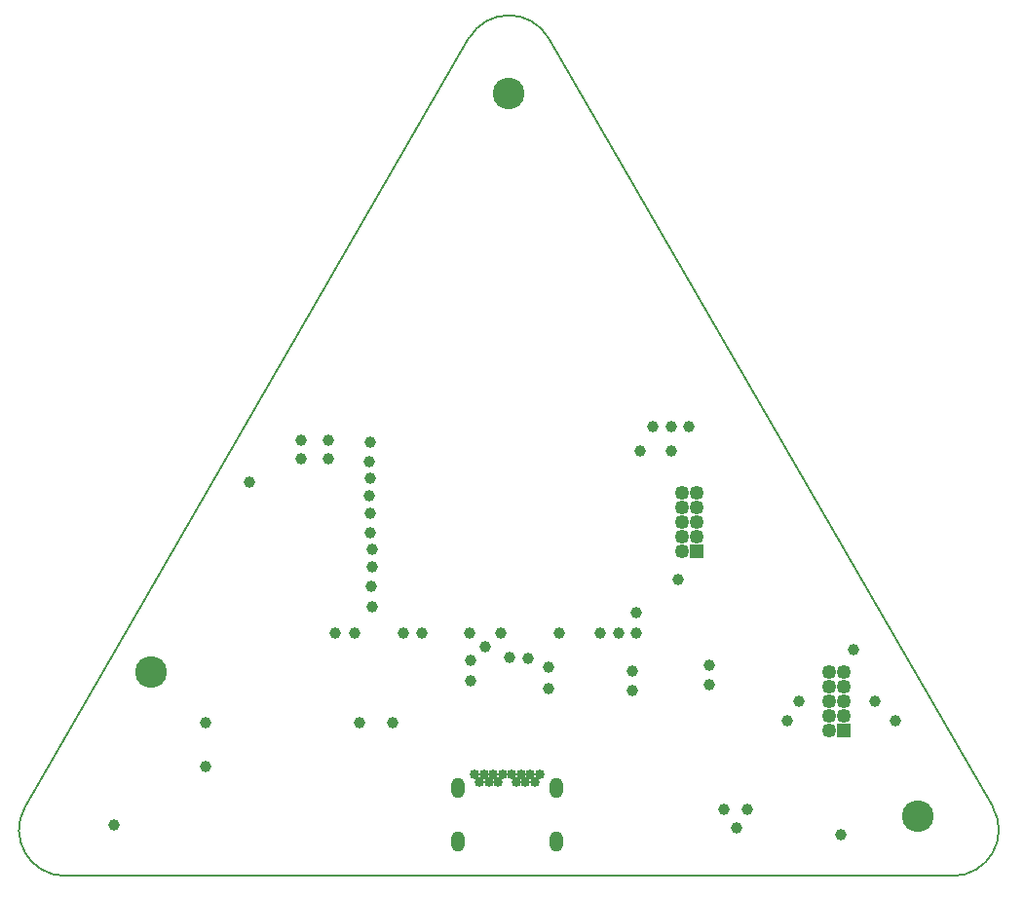
<source format=gbs>
G04*
G04 #@! TF.GenerationSoftware,Altium Limited,Altium Designer,19.0.12 (326)*
G04*
G04 Layer_Color=16711935*
%FSLAX44Y44*%
%MOMM*%
G71*
G01*
G75*
%ADD16C,0.1270*%
%ADD38C,1.0000*%
%ADD84C,2.7432*%
%ADD85R,1.2532X1.2532*%
%ADD86C,1.2532*%
%ADD87O,1.2032X1.8032*%
%ADD88C,0.8532*%
D16*
X-29238Y20553D02*
G03*
X5403Y-39447I34641J-20000D01*
G01*
X425762Y688636D02*
G03*
X356480Y688636I-34641J-20000D01*
G01*
X776839Y-39447D02*
G03*
X811480Y20553I0J40000D01*
G01*
X-29238D02*
X356480Y688636D01*
X425762D02*
X811480Y20553D01*
X434675Y-39447D02*
X776839D01*
X5403D02*
X434675D01*
D38*
X272542Y229154D02*
D03*
X272004Y244094D02*
D03*
X501650Y171704D02*
D03*
X486156D02*
D03*
X501650Y189484D02*
D03*
X470662Y171704D02*
D03*
X127762Y93726D02*
D03*
X290068Y93726D02*
D03*
X240030Y171704D02*
D03*
X257302Y171958D02*
D03*
X577596Y18288D02*
D03*
X597916D02*
D03*
X165608Y302514D02*
D03*
X271649Y212379D02*
D03*
X270256Y275590D02*
D03*
X271018Y259080D02*
D03*
X270002Y290830D02*
D03*
X690372Y156846D02*
D03*
X498792Y138748D02*
D03*
X515874Y350774D02*
D03*
X505206Y329692D02*
D03*
X532638Y350774D02*
D03*
X547116Y351028D02*
D03*
X315468Y171450D02*
D03*
X299720Y171196D02*
D03*
X538226Y218114D02*
D03*
X234188Y322834D02*
D03*
X498792Y121324D02*
D03*
X270002Y320802D02*
D03*
X270256Y305816D02*
D03*
Y337820D02*
D03*
X234188Y338836D02*
D03*
X47760Y4973D02*
D03*
X210312Y322976D02*
D03*
X357632Y148045D02*
D03*
X358140Y130302D02*
D03*
X391414Y150170D02*
D03*
X408178Y149606D02*
D03*
X356870Y171704D02*
D03*
X370470Y159766D02*
D03*
X383794Y171704D02*
D03*
X435102D02*
D03*
X210312Y339598D02*
D03*
X127762Y55372D02*
D03*
X532638Y330200D02*
D03*
X272542Y194310D02*
D03*
X679450Y-3810D02*
D03*
X261112Y93726D02*
D03*
X633222Y95657D02*
D03*
X643382Y112268D02*
D03*
X589280Y2286D02*
D03*
X709422Y112268D02*
D03*
X726948Y94996D02*
D03*
X425952Y123444D02*
D03*
Y141693D02*
D03*
X564896Y143764D02*
D03*
X565238Y127048D02*
D03*
D84*
X80010Y137414D02*
D03*
X746506Y12446D02*
D03*
X391121Y640588D02*
D03*
D85*
X681990Y86868D02*
D03*
X554482Y242824D02*
D03*
D86*
X681990Y99568D02*
D03*
Y112268D02*
D03*
Y124968D02*
D03*
Y137668D02*
D03*
X669290Y86868D02*
D03*
Y99568D02*
D03*
Y112268D02*
D03*
Y124968D02*
D03*
Y137668D02*
D03*
X541782Y293624D02*
D03*
Y280924D02*
D03*
Y268224D02*
D03*
Y255524D02*
D03*
Y242824D02*
D03*
X554482Y293624D02*
D03*
Y280924D02*
D03*
Y268224D02*
D03*
Y255524D02*
D03*
D87*
X346936Y-9968D02*
D03*
Y37332D02*
D03*
X432336Y-9968D02*
D03*
Y37332D02*
D03*
D88*
X361636Y48832D02*
D03*
X381636Y41832D02*
D03*
X365636D02*
D03*
X369636Y48832D02*
D03*
X373636Y41832D02*
D03*
X377636Y48832D02*
D03*
X385636D02*
D03*
X397636Y41832D02*
D03*
X405636D02*
D03*
X393636Y48832D02*
D03*
X401636D02*
D03*
X409636D02*
D03*
X413636Y41832D02*
D03*
X417636Y48832D02*
D03*
M02*

</source>
